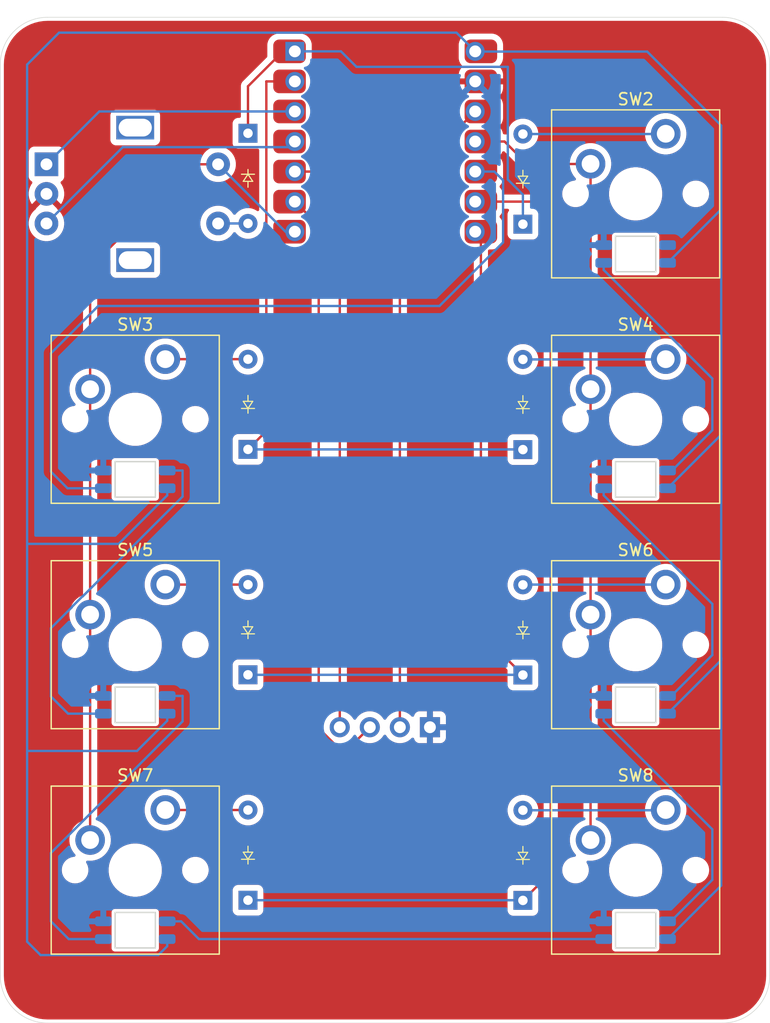
<source format=kicad_pcb>
(kicad_pcb (version 20241229) (generator "pcbnew") (generator_version "9.0")
  (layers (0 "F.Cu" signal) (2 "B.Cu" signal) (13 "F.Paste" user) (15 "B.Paste" user) (5 "F.SilkS" user "F.Silkscreen") (7 "B.SilkS" user "B.Silkscreen") (1 "F.Mask" user) (3 "B.Mask" user) (25 "Edge.Cuts" user))
  (net 0 "")
  (net 1 "R0")
  (net 2 "R1")
  (net 3 "R2")
  (net 4 "+5V")
  (net 5 "LED")
  (net 6 "C0")
  (net 7 "C1")
  (net 8 "R3")
  (net 9 "GND")
  (net 10 "SCL")
  (net 11 "+3.3V")
  (net 12 "SDA")
  (net 13 "B")
  (net 14 "A")
  (net 15 "Net-(D8-A)")
  (net 16 "Net-(D7-A)")
  (net 17 "Net-(D6-A)")
  (net 18 "Net-(D5-A)")
  (net 19 "Net-(D4-A)")
  (net 20 "Net-(D3-A)")
  (net 21 "Net-(D2-A)")
  (net 22 "Net-(D10-DIN)")
  (net 23 "Net-(D1-A)")
  (net 24 "Net-(D10-DOUT)")
  (net 25 "LED1")
  (net 26 "Net-(D13-DOUT)")
  (net 27 "Net-(D14-DOUT)")
  (net 29 "Net-(D12-DOUT)")
  (footprint "ScottoKeebs_Components:Diode_DO-35" (layer "F.Cu") (at 97.35 45.087218 90)
    (property "Reference" "D2" (hide yes))
    (property "Value" "D" (hide yes))
    (fp_line (start 3.46 -0.55) (end 3.46 0.55) (stroke (width 0.1)) (layer "F.SilkS"))
    (fp_line (start 4.06 -0.4) (end 4.06 0.4) (stroke (width 0.1)) (layer "F.SilkS"))
    (fp_line (start 4.06 0) (end 4.56 0) (stroke (width 0.1)) (layer "F.SilkS"))
    (fp_line (start 3.46 0) (end 4.06 -0.4) (stroke (width 0.1)) (layer "F.SilkS"))
    (fp_line (start 3.06 0) (end 3.46 0) (stroke (width 0.1)) (layer "F.SilkS"))
    (fp_line (start 4.06 0.4) (end 3.46 0) (stroke (width 0.1)) (layer "F.SilkS"))
    (pad "1" thru_hole rect (at 0 0 90) (size 1.6 1.6) (drill 0.8) (layers "*.Cu" "*.Mask") (net 1 "R0"))
    (pad "2" thru_hole oval (at 7.62 0 90) (size 1.6 1.6) (drill 0.8) (layers "*.Cu" "*.Mask") (net 21 "Net-(D2-A)"))
  )
  (footprint "ScottoKeebs_Components:OLED_128x32" (layer "F.Cu") (at 79.695 89.2 90)
    (property "Reference" "J1" (hide yes))
    (property "Value" "OLED_128x32")
    (pad "1" thru_hole rect (at 1.6 9.8 270) (size 1.7 1.7) (drill 1) (layers "*.Cu" "*.Mask") (net 9 "GND"))
    (pad "2" thru_hole oval (at 1.6 7.26 270) (size 1.7 1.7) (drill 1) (layers "*.Cu" "*.Mask") (net 11 "+3.3V"))
    (pad "3" thru_hole oval (at 1.6 4.72 270) (size 1.7 1.7) (drill 1) (layers "*.Cu" "*.Mask") (net 10 "SCL"))
    (pad "4" thru_hole oval (at 1.6 2.18 270) (size 1.7 1.7) (drill 1) (layers "*.Cu" "*.Mask") (net 12 "SDA"))
  )
  (footprint "ScottoKeebs_MX:MX_PCB_1.00u" (layer "F.Cu") (at 64.6 99.675)
    (property "Reference" "SW7" (at 0 -8 0) (layer "F.SilkS"))
    (property "Value" "SW_Push_45deg")
    (fp_line (start -7.1 -7.1) (end -7.1 7.1) (stroke (width 0.12)) (layer "F.SilkS"))
    (fp_line (start -7.1 7.1) (end 7.1 7.1) (stroke (width 0.12)) (layer "F.SilkS"))
    (fp_line (start 7.1 -7.1) (end -7.1 -7.1) (stroke (width 0.12)) (layer "F.SilkS"))
    (fp_line (start 7.1 7.1) (end 7.1 -7.1) (stroke (width 0.12)) (layer "F.SilkS"))
    (pad "" np_thru_hole circle (at -5.08 0) (size 1.75 1.75) (drill 1.75) (layers "*.Cu" "*.Mask"))
    (pad "" np_thru_hole circle (at 0 0) (size 4 4) (drill 4) (layers "*.Cu" "*.Mask"))
    (pad "" np_thru_hole circle (at 5.08 0) (size 1.75 1.75) (drill 1.75) (layers "*.Cu" "*.Mask"))
    (pad "1" thru_hole circle (at -3.81 -2.54) (size 2.5 2.5) (drill 1.5) (layers "*.Cu" "*.Mask") (net 6 "C0"))
    (pad "2" thru_hole circle (at 2.54 -5.08) (size 2.5 2.5) (drill 1.5) (layers "*.Cu" "*.Mask") (net 16 "Net-(D7-A)"))
  )
  (footprint "ScottoKeebs_Scotto:Encoder_EC11_MX" (layer "F.Cu") (at 64.6 42.525)
    (property "Reference" "SW1" (hide yes))
    (property "Value" "RotaryEncoder_Switch" (hide yes))
    (pad "A" thru_hole rect (at -7.5 -2.5) (size 2 2) (drill 1) (layers "*.Cu" "*.Mask") (net 14 "A"))
    (pad "B" thru_hole circle (at -7.5 2.5) (size 2 2) (drill 1) (layers "*.Cu" "*.Mask") (net 13 "B"))
    (pad "C" thru_hole circle (at -7.5 0) (size 2 2) (drill 1) (layers "*.Cu" "*.Mask") (net 9 "GND"))
    (pad "MP" thru_hole rect (at 0 -5.6) (size 3.2 2) (drill oval 2.8 1.5) (layers "*.Cu" "*.Mask"))
    (pad "MP" thru_hole rect (at 0 5.6) (size 3.2 2) (drill oval 2.8 1.5) (layers "*.Cu" "*.Mask"))
    (pad "S1" thru_hole circle (at 7 2.5) (size 2 2) (drill 1) (layers "*.Cu" "*.Mask") (net 23 "Net-(D1-A)"))
    (pad "S2" thru_hole circle (at 7 -2.5) (size 2 2) (drill 1) (layers "*.Cu" "*.Mask") (net 6 "C0"))
  )
  (footprint "ScottoKeebs_MX:MX_PCB_1.00u" (layer "F.Cu") (at 64.6 61.575)
    (property "Reference" "SW3" (at 0 -8 0) (layer "F.SilkS"))
    (property "Value" "SW_Push_45deg")
    (fp_line (start -7.1 -7.1) (end -7.1 7.1) (stroke (width 0.12)) (layer "F.SilkS"))
    (fp_line (start -7.1 7.1) (end 7.1 7.1) (stroke (width 0.12)) (layer "F.SilkS"))
    (fp_line (start 7.1 -7.1) (end -7.1 -7.1) (stroke (width 0.12)) (layer "F.SilkS"))
    (fp_line (start 7.1 7.1) (end 7.1 -7.1) (stroke (width 0.12)) (layer "F.SilkS"))
    (pad "" np_thru_hole circle (at -5.08 0) (size 1.75 1.75) (drill 1.75) (layers "*.Cu" "*.Mask"))
    (pad "" np_thru_hole circle (at 0 0) (size 4 4) (drill 4) (layers "*.Cu" "*.Mask"))
    (pad "" np_thru_hole circle (at 5.08 0) (size 1.75 1.75) (drill 1.75) (layers "*.Cu" "*.Mask"))
    (pad "1" thru_hole circle (at -3.81 -2.54) (size 2.5 2.5) (drill 1.5) (layers "*.Cu" "*.Mask") (net 6 "C0"))
    (pad "2" thru_hole circle (at 2.54 -5.08) (size 2.5 2.5) (drill 1.5) (layers "*.Cu" "*.Mask") (net 20 "Net-(D3-A)"))
  )
  (footprint "ScottoKeebs_MCU:Seeed_XIAO_RP2040" (layer "F.Cu") (at 85.7 38.1)
    (property "Reference" "U1" (hide yes))
    (property "Value" "MCU_Seeed_XIAO_RP2040")
    (pad "1" smd roundrect (at -8.065 -7.62) (size 2.75 2) (layers "F.Cu" "F.Mask" "F.Paste") (net 1 "R0"))
    (pad "1" thru_hole rect (at -7.62 -7.62 90) (size 1.6 1.6) (drill 1) (layers "*.Cu" "*.Mask") (net 1 "R0"))
    (pad "2" smd roundrect (at -8.065 -5.08) (size 2.75 2) (layers "F.Cu" "F.Mask" "F.Paste") (net 2 "R1"))
    (pad "2" thru_hole circle (at -7.62 -5.08 90) (size 1.6 1.6) (drill 1) (layers "*.Cu" "*.Mask") (net 2 "R1"))
    (pad "3" smd roundrect (at -8.065 -2.54) (size 2.75 2) (layers "F.Cu" "F.Mask" "F.Paste") (net 14 "A"))
    (pad "3" thru_hole circle (at -7.62 -2.54 90) (size 1.6 1.6) (drill 1) (layers "*.Cu" "*.Mask") (net 14 "A"))
    (pad "4" smd roundrect (at -8.065 0) (size 2.75 2) (layers "F.Cu" "F.Mask" "F.Paste") (net 13 "B"))
    (pad "4" thru_hole circle (at -7.62 0 90) (size 1.6 1.6) (drill 1) (layers "*.Cu" "*.Mask") (net 13 "B"))
    (pad "5" smd roundrect (at -8.065 2.54) (size 2.75 2) (layers "F.Cu" "F.Mask" "F.Paste") (net 12 "SDA"))
    (pad "5" thru_hole circle (at -7.62 2.54 90) (size 1.6 1.6) (drill 1) (layers "*.Cu" "*.Mask") (net 12 "SDA"))
    (pad "6" smd roundrect (at -8.065 5.08) (size 2.75 2) (layers "F.Cu" "F.Mask" "F.Paste") (net 10 "SCL"))
    (pad "6" thru_hole circle (at -7.62 5.08 90) (size 1.6 1.6) (drill 1) (layers "*.Cu" "*.Mask") (net 10 "SCL"))
    (pad "7" smd roundrect (at -8.065 7.62) (size 2.75 2) (layers "F.Cu" "F.Mask" "F.Paste") (net 6 "C0"))
    (pad "7" thru_hole circle (at -7.62 7.62 90) (size 1.6 1.6) (drill 1) (layers "*.Cu" "*.Mask") (net 6 "C0"))
    (pad "8" thru_hole circle (at 7.62 7.62 90) (size 1.6 1.6) (drill 1) (layers "*.Cu" "*.Mask") (net 3 "R2"))
    (pad "8" smd roundrect (at 8.1 7.62) (size 2.75 2) (layers "F.Cu" "F.Mask" "F.Paste") (net 3 "R2"))
    (pad "9" thru_hole circle (at 7.62 5.08 90) (size 1.6 1.6) (drill 1) (layers "*.Cu" "*.Mask") (net 8 "R3"))
    (pad "9" smd roundrect (at 8.1 5.08) (size 2.75 2) (layers "F.Cu" "F.Mask" "F.Paste") (net 8 "R3"))
    (pad "10" thru_hole circle (at 7.62 2.54 90) (size 1.6 1.6) (drill 1) (layers "*.Cu" "*.Mask") (net 5 "LED"))
    (pad "10" smd roundrect (at 8.1 2.54) (size 2.75 2) (layers "F.Cu" "F.Mask" "F.Paste") (net 5 "LED"))
    (pad "11" thru_hole circle (at 7.62 0 90) (size 1.6 1.6) (drill 1) (layers "*.Cu" "*.Mask") (net 7 "C1"))
    (pad "11" smd roundrect (at 8.1 0) (size 2.75 2) (layers "F.Cu" "F.Mask" "F.Paste") (net 7 "C1"))
    (pad "12" thru_hole circle (at 7.62 -2.54 90) (size 1.6 1.6) (drill 1) (layers "*.Cu" "*.Mask") (net 11 "+3.3V"))
    (pad "12" smd roundrect (at 8.1 -2.54) (size 2.75 2) (layers "F.Cu" "F.Mask" "F.Paste") (net 11 "+3.3V"))
    (pad "13" thru_hole circle (at 7.62 -5.08 90) (size 1.6 1.6) (drill 1) (layers "*.Cu" "*.Mask") (net 9 "GND"))
    (pad "13" smd roundrect (at 8.1 -5.08) (size 2.75 2) (layers "F.Cu" "F.Mask" "F.Paste") (net 9 "GND"))
    (pad "14" thru_hole circle (at 7.62 -7.62 90) (size 1.6 1.6) (drill 1) (layers "*.Cu" "*.Mask") (net 4 "+5V"))
    (pad "14" smd roundrect (at 8.1 -7.62) (size 2.75 2) (layers "F.Cu" "F.Mask" "F.Paste") (net 4 "+5V"))
  )
  (footprint "ScottoKeebs_Components:Diode_DO-35" (layer "F.Cu") (at 97.35 64.137218 90)
    (property "Reference" "D4" (hide yes))
    (property "Value" "D" (hide yes))
    (fp_line (start 3.46 -0.55) (end 3.46 0.55) (stroke (width 0.1)) (layer "F.SilkS"))
    (fp_line (start 4.06 -0.4) (end 4.06 0.4) (stroke (width 0.1)) (layer "F.SilkS"))
    (fp_line (start 4.06 0) (end 4.56 0) (stroke (width 0.1)) (layer "F.SilkS"))
    (fp_line (start 3.46 0) (end 4.06 -0.4) (stroke (width 0.1)) (layer "F.SilkS"))
    (fp_line (start 3.06 0) (end 3.46 0) (stroke (width 0.1)) (layer "F.SilkS"))
    (fp_line (start 4.06 0.4) (end 3.46 0) (stroke (width 0.1)) (layer "F.SilkS"))
    (pad "1" thru_hole rect (at 0 0 90) (size 1.6 1.6) (drill 0.8) (layers "*.Cu" "*.Mask") (net 2 "R1"))
    (pad "2" thru_hole oval (at 7.62 0 90) (size 1.6 1.6) (drill 0.8) (layers "*.Cu" "*.Mask") (net 19 "Net-(D4-A)"))
  )
  (footprint "ScottoKeebs_MX:MX_PCB_1.00u" (layer "F.Cu") (at 106.875 99.675)
    (property "Reference" "SW8" (at 0 -8 0) (layer "F.SilkS"))
    (property "Value" "SW_Push_45deg")
    (fp_line (start -7.1 -7.1) (end -7.1 7.1) (stroke (width 0.12)) (layer "F.SilkS"))
    (fp_line (start -7.1 7.1) (end 7.1 7.1) (stroke (width 0.12)) (layer "F.SilkS"))
    (fp_line (start 7.1 -7.1) (end -7.1 -7.1) (stroke (width 0.12)) (layer "F.SilkS"))
    (fp_line (start 7.1 7.1) (end 7.1 -7.1) (stroke (width 0.12)) (layer "F.SilkS"))
    (pad "" np_thru_hole circle (at -5.08 0) (size 1.75 1.75) (drill 1.75) (layers "*.Cu" "*.Mask"))
    (pad "" np_thru_hole circle (at 0 0) (size 4 4) (drill 4) (layers "*.Cu" "*.Mask"))
    (pad "" np_thru_hole circle (at 5.08 0) (size 1.75 1.75) (drill 1.75) (layers "*.Cu" "*.Mask"))
    (pad "1" thru_hole circle (at -3.81 -2.54) (size 2.5 2.5) (drill 1.5) (layers "*.Cu" "*.Mask") (net 7 "C1"))
    (pad "2" thru_hole circle (at 2.54 -5.08) (size 2.5 2.5) (drill 1.5) (layers "*.Cu" "*.Mask") (net 15 "Net-(D8-A)"))
  )
  (footprint "ScottoKeebs_Components:Diode_DO-35" (layer "F.Cu") (at 74.125 102.22 90)
    (property "Reference" "D7" (hide yes))
    (property "Value" "D" (hide yes))
    (fp_line (start 3.46 -0.55) (end 3.46 0.55) (stroke (width 0.1)) (layer "F.SilkS"))
    (fp_line (start 4.06 -0.4) (end 4.06 0.4) (stroke (width 0.1)) (layer "F.SilkS"))
    (fp_line (start 4.06 0) (end 4.56 0) (stroke (width 0.1)) (layer "F.SilkS"))
    (fp_line (start 3.46 0) (end 4.06 -0.4) (stroke (width 0.1)) (layer "F.SilkS"))
    (fp_line (start 3.06 0) (end 3.46 0) (stroke (width 0.1)) (layer "F.SilkS"))
    (fp_line (start 4.06 0.4) (end 3.46 0) (stroke (width 0.1)) (layer "F.SilkS"))
    (pad "1" thru_hole rect (at 0 0 90) (size 1.6 1.6) (drill 0.8) (layers "*.Cu" "*.Mask") (net 8 "R3"))
    (pad "2" thru_hole oval (at 7.62 0 90) (size 1.6 1.6) (drill 0.8) (layers "*.Cu" "*.Mask") (net 16 "Net-(D7-A)"))
  )
  (footprint "ScottoKeebs_Components:Diode_DO-35" (layer "F.Cu") (at 74.125 83.17 90)
    (property "Reference" "D5" (hide yes))
    (property "Value" "D" (hide yes))
    (fp_line (start 3.46 -0.55) (end 3.46 0.55) (stroke (width 0.1)) (layer "F.SilkS"))
    (fp_line (start 4.06 -0.4) (end 4.06 0.4) (stroke (width 0.1)) (layer "F.SilkS"))
    (fp_line (start 4.06 0) (end 4.56 0) (stroke (width 0.1)) (layer "F.SilkS"))
    (fp_line (start 3.46 0) (end 4.06 -0.4) (stroke (width 0.1)) (layer "F.SilkS"))
    (fp_line (start 3.06 0) (end 3.46 0) (stroke (width 0.1)) (layer "F.SilkS"))
    (fp_line (start 4.06 0.4) (end 3.46 0) (stroke (width 0.1)) (layer "F.SilkS"))
    (pad "1" thru_hole rect (at 0 0 90) (size 1.6 1.6) (drill 0.8) (layers "*.Cu" "*.Mask") (net 3 "R2"))
    (pad "2" thru_hole oval (at 7.62 0 90) (size 1.6 1.6) (drill 0.8) (layers "*.Cu" "*.Mask") (net 18 "Net-(D5-A)"))
  )
  (footprint "ScottoKeebs_Components:Diode_DO-35" (layer "F.Cu") (at 97.35 83.187218 90)
    (property "Reference" "D6" (hide yes))
    (property "Value" "D" (hide yes))
    (fp_line (start 3.46 -0.55) (end 3.46 0.55) (stroke (width 0.1)) (layer "F.SilkS"))
    (fp_line (start 4.06 -0.4) (end 4.06 0.4) (stroke (width 0.1)) (layer "F.SilkS"))
    (fp_line (start 4.06 0) (end 4.56 0) (stroke (width 0.1)) (layer "F.SilkS"))
    (fp_line (start 3.46 0) (end 4.06 -0.4) (stroke (width 0.1)) (layer "F.SilkS"))
    (fp_line (start 3.06 0) (end 3.46 0) (stroke (width 0.1)) (layer "F.SilkS"))
    (fp_line (start 4.06 0.4) (end 3.46 0) (stroke (width 0.1)) (layer "F.SilkS"))
    (pad "1" thru_hole rect (at 0 0 90) (size 1.6 1.6) (drill 0.8) (layers "*.Cu" "*.Mask") (net 3 "R2"))
    (pad "2" thru_hole oval (at 7.62 0 90) (size 1.6 1.6) (drill 0.8) (layers "*.Cu" "*.Mask") (net 17 "Net-(D6-A)"))
  )
  (footprint "ScottoKeebs_MX:MX_PCB_1.00u" (layer "F.Cu") (at 106.875 42.525)
    (property "Reference" "SW2" (at 0 -8 0) (layer "F.SilkS"))
    (property "Value" "SW_Push_45deg")
    (fp_line (start -7.1 -7.1) (end -7.1 7.1) (stroke (width 0.12)) (layer "F.SilkS"))
    (fp_line (start -7.1 7.1) (end 7.1 7.1) (stroke (width 0.12)) (layer "F.SilkS"))
    (fp_line (start 7.1 -7.1) (end -7.1 -7.1) (stroke (width 0.12)) (layer "F.SilkS"))
    (fp_line (start 7.1 7.1) (end 7.1 -7.1) (stroke (width 0.12)) (layer "F.SilkS"))
    (pad "" np_thru_hole circle (at -5.08 0) (size 1.75 1.75) (drill 1.75) (layers "*.Cu" "*.Mask"))
    (pad "" np_thru_hole circle (at 0 0) (size 4 4) (drill 4) (layers "*.Cu" "*.Mask"))
    (pad "" np_thru_hole circle (at 5.08 0) (size 1.75 1.75) (drill 1.75) (layers "*.Cu" "*.Mask"))
    (pad "1" thru_hole circle (at -3.81 -2.54) (size 2.5 2.5) (drill 1.5) (layers "*.Cu" "*.Mask") (net 7 "C1"))
    (pad "2" thru_hole circle (at 2.54 -5.08) (size 2.5 2.5) (drill 1.5) (layers "*.Cu" "*.Mask") (net 21 "Net-(D2-A)"))
  )
  (footprint "ScottoKeebs_MX:MX_PCB_1.00u" (layer "F.Cu") (at 64.6 80.625)
    (property "Reference" "SW5" (at 0 -8 0) (layer "F.SilkS"))
    (property "Value" "SW_Push_45deg")
    (fp_line (start -7.1 -7.1) (end -7.1 7.1) (stroke (width 0.12)) (layer "F.SilkS"))
    (fp_line (start -7.1 7.1) (end 7.1 7.1) (stroke (width 0.12)) (layer "F.SilkS"))
    (fp_line (start 7.1 -7.1) (end -7.1 -7.1) (stroke (width 0.12)) (layer "F.SilkS"))
    (fp_line (start 7.1 7.1) (end 7.1 -7.1) (stroke (width 0.12)) (layer "F.SilkS"))
    (pad "" np_thru_hole circle (at -5.08 0) (size 1.75 1.75) (drill 1.75) (layers "*.Cu" "*.Mask"))
    (pad "" np_thru_hole circle (at 0 0) (size 4 4) (drill 4) (layers "*.Cu" "*.Mask"))
    (pad "" np_thru_hole circle (at 5.08 0) (size 1.75 1.75) (drill 1.75) (layers "*.Cu" "*.Mask"))
    (pad "1" thru_hole circle (at -3.81 -2.54) (size 2.5 2.5) (drill 1.5) (layers "*.Cu" "*.Mask") (net 6 "C0"))
    (pad "2" thru_hole circle (at 2.54 -5.08) (size 2.5 2.5) (drill 1.5) (layers "*.Cu" "*.Mask") (net 18 "Net-(D5-A)"))
  )
  (footprint "ScottoKeebs_MX:MX_PCB_1.00u" (layer "F.Cu") (at 106.875 61.575)
    (property "Reference" "SW4" (at 0 -8 0) (layer "F.SilkS"))
    (property "Value" "SW_Push_45deg")
    (fp_line (start -7.1 -7.1) (end -7.1 7.1) (stroke (width 0.12)) (layer "F.SilkS"))
    (fp_line (start -7.1 7.1) (end 7.1 7.1) (stroke (width 0.12)) (layer "F.SilkS"))
    (fp_line (start 7.1 -7.1) (end -7.1 -7.1) (stroke (width 0.12)) (layer "F.SilkS"))
    (fp_line (start 7.1 7.1) (end 7.1 -7.1) (stroke (width 0.12)) (layer "F.SilkS"))
    (pad "" np_thru_hole circle (at -5.08 0) (size 1.75 1.75) (drill 1.75) (layers "*.Cu" "*.Mask"))
    (pad "" np_thru_hole circle (at 0 0) (size 4 4) (drill 4) (layers "*.Cu" "*.Mask"))
    (pad "" np_thru_hole circle (at 5.08 0) (size 1.75 1.75) (drill 1.75) (layers "*.Cu" "*.Mask"))
    (pad "1" thru_hole circle (at -3.81 -2.54) (size 2.5 2.5) (drill 1.5) (layers "*.Cu" "*.Mask") (net 7 "C1"))
    (pad "2" thru_hole circle (at 2.54 -5.08) (size 2.5 2.5) (drill 1.5) (layers "*.Cu" "*.Mask") (net 19 "Net-(D4-A)"))
  )
  (footprint "ScottoKeebs_MX:MX_PCB_1.00u" (layer "F.Cu") (at 106.875 80.625)
    (property "Reference" "SW6" (at 0 -8 0) (layer "F.SilkS"))
    (property "Value" "SW_Push_45deg")
    (fp_line (start -7.1 -7.1) (end -7.1 7.1) (stroke (width 0.12)) (layer "F.SilkS"))
    (fp_line (start -7.1 7.1) (end 7.1 7.1) (stroke (width 0.12)) (layer "F.SilkS"))
    (fp_line (start 7.1 -7.1) (end -7.1 -7.1) (stroke (width 0.12)) (layer "F.SilkS"))
    (fp_line (start 7.1 7.1) (end 7.1 -7.1) (stroke (width 0.12)) (layer "F.SilkS"))
    (pad "" np_thru_hole circle (at -5.08 0) (size 1.75 1.75) (drill 1.75) (layers "*.Cu" "*.Mask"))
    (pad "" np_thru_hole circle (at 0 0) (size 4 4) (drill 4) (layers "*.Cu" "*.Mask"))
    (pad "" np_thru_hole circle (at 5.08 0) (size 1.75 1.75) (drill 1.75) (layers "*.Cu" "*.Mask"))
    (pad "1" thru_hole circle (at -3.81 -2.54) (size 2.5 2.5) (drill 1.5) (layers "*.Cu" "*.Mask") (net 7 "C1"))
    (pad "2" thru_hole circle (at 2.54 -5.08) (size 2.5 2.5) (drill 1.5) (layers "*.Cu" "*.Mask") (net 17 "Net-(D6-A)"))
  )
  (footprint "ScottoKeebs_Components:Diode_DO-35" (layer "F.Cu") (at 97.35 102.237218 90)
    (property "Reference" "D8" (hide yes))
    (property "Value" "D" (hide yes))
    (fp_line (start 3.46 -0.55) (end 3.46 0.55) (stroke (width 0.1)) (layer "F.SilkS"))
    (fp_line (start 4.06 -0.4) (end 4.06 0.4) (stroke (width 0.1)) (layer "F.SilkS"))
    (fp_line (start 4.06 0) (end 4.56 0) (stroke (width 0.1)) (layer "F.SilkS"))
    (fp_line (start 3.46 0) (end 4.06 -0.4) (stroke (width 0.1)) (layer "F.SilkS"))
    (fp_line (start 3.06 0) (end 3.46 0) (stroke (width 0.1)) (layer "F.SilkS"))
    (fp_line (start 4.06 0.4) (end 3.46 0) (stroke (width 0.1)) (layer "F.SilkS"))
    (pad "1" thru_hole rect (at 0 0 90) (size 1.6 1.6) (drill 0.8) (layers "*.Cu" "*.Mask") (net 8 "R3"))
    (pad "2" thru_hole oval (at 7.62 0 90) (size 1.6 1.6) (drill 0.8) (layers "*.Cu" "*.Mask") (net 15 "Net-(D8-A)"))
  )
  (footprint "ScottoKeebs_Components:Diode_DO-35" (layer "F.Cu") (at 74.125 37.405 -90)
    (property "Reference" "D1" (hide yes))
    (property "Value" "D" (hide yes))
    (fp_line (start 4.06 0.4) (end 3.46 0) (stroke (width 0.1)) (layer "F.SilkS"))
    (fp_line (start 3.06 0) (end 3.46 0) (stroke (width 0.1)) (layer "F.SilkS"))
    (fp_line (start 3.46 0) (end 4.06 -0.4) (stroke (width 0.1)) (layer "F.SilkS"))
    (fp_line (start 4.06 0) (end 4.56 0) (stroke (width 0.1)) (layer "F.SilkS"))
    (fp_line (start 4.06 -0.4) (end 4.06 0.4) (stroke (width 0.1)) (layer "F.SilkS"))
    (fp_line (start 3.46 -0.55) (end 3.46 0.55) (stroke (width 0.1)) (layer "F.SilkS"))
    (pad "1" thru_hole rect (at 0 0 270) (size 1.6 1.6) (drill 0.8) (layers "*.Cu" "*.Mask") (net 1 "R0"))
    (pad "2" thru_hole oval (at 7.62 0 270) (size 1.6 1.6) (drill 0.8) (layers "*.Cu" "*.Mask") (net 23 "Net-(D1-A)"))
  )
  (footprint "ScottoKeebs_Components:Diode_DO-35" (layer "F.Cu") (at 74.125 64.12 90)
    (property "Reference" "D3" (hide yes))
    (property "Value" "D" (hide yes))
    (fp_line (start 3.46 -0.55) (end 3.46 0.55) (stroke (width 0.1)) (layer "F.SilkS"))
    (fp_line (start 4.06 -0.4) (end 4.06 0.4) (stroke (width 0.1)) (layer "F.SilkS"))
    (fp_line (start 4.06 0) (end 4.56 0) (stroke (width 0.1)) (layer "F.SilkS"))
    (fp_line (start 3.46 0) (end 4.06 -0.4) (stroke (width 0.1)) (layer "F.SilkS"))
    (fp_line (start 3.06 0) (end 3.46 0) (stroke (width 0.1)) (layer "F.SilkS"))
    (fp_line (start 4.06 0.4) (end 3.46 0) (stroke (width 0.1)) (layer "F.SilkS"))
    (pad "1" thru_hole rect (at 0 0 90) (size 1.6 1.6) (drill 0.8) (layers "*.Cu" "*.Mask") (net 2 "R1"))
    (pad "2" thru_hole oval (at 7.62 0 90) (size 1.6 1.6) (drill 0.8) (layers "*.Cu" "*.Mask") (net 20 "Net-(D3-A)"))
  )
  (footprint "ScottoKeebs_Components:LED_SK6812MINI" (layer "B.Cu") (at 106.875 85.705)
    (property "Reference" "D13" (hide yes))
    (property "Value" "LED_SK6812MINI" (hide yes))
    (fp_line (start -1.7 -1.5) (end 1.7 -1.5) (stroke (width 0.12)) (layer "Edge.Cuts"))
    (fp_line (start -1.7 1.5) (end -1.7 -1.5) (stroke (width 0.12)) (layer "Edge.Cuts"))
    (fp_line (start 1.7 -1.5) (end 1.7 1.5) (stroke (width 0.12)) (layer "Edge.Cuts"))
    (fp_line (start 1.7 1.5) (end -1.7 1.5) (stroke (width 0.12)) (layer "Edge.Cuts"))
    (pad "1" smd roundrect (at 2.7 0.75) (size 1.4 0.82) (layers "B.Cu" "B.Mask" "B.Paste") (net 4 "+5V"))
    (pad "2" smd roundrect (at 2.7 -0.75) (size 1.4 0.82) (layers "B.Cu" "B.Mask" "B.Paste") (net 26 "Net-(D13-DOUT)"))
    (pad "3" smd roundrect (at -2.7 -0.75) (size 1.4 0.82) (layers "B.Cu" "B.Mask" "B.Paste") (net 9 "GND"))
    (pad "4" smd roundrect (at -2.7 0.75) (size 1.4 0.82) (layers "B.Cu" "B.Mask" "B.Paste") (net 29 "Net-(D12-DOUT)"))
  )
  (footprint "ScottoKeebs_Components:LED_SK6812MINI" (layer "B.Cu") (at 106.875 104.755)
    (property "Reference" "D12" (hide yes))
    (property "Value" "LED_SK6812MINI" (hide yes))
    (fp_line (start -1.7 -1.5) (end 1.7 -1.5) (stroke (width 0.12)) (layer "Edge.Cuts"))
    (fp_line (start -1.7 1.5) (end -1.7 -1.5) (stroke (width 0.12)) (layer "Edge.Cuts"))
    (fp_line (start 1.7 -1.5) (end 1.7 1.5) (stroke (width 0.12)) (layer "Edge.Cuts"))
    (fp_line (start 1.7 1.5) (end -1.7 1.5) (stroke (width 0.12)) (layer "Edge.Cuts"))
    (pad "1" smd roundrect (at 2.7 0.75) (size 1.4 0.82) (layers "B.Cu" "B.Mask" "B.Paste") (net 4 "+5V"))
    (pad "2" smd roundrect (at 2.7 -0.75) (size 1.4 0.82) (layers "B.Cu" "B.Mask" "B.Paste") (net 29 "Net-(D12-DOUT)"))
    (pad "3" smd roundrect (at -2.7 -0.75) (size 1.4 0.82) (layers "B.Cu" "B.Mask" "B.Paste") (net 9 "GND"))
    (pad "4" smd roundrect (at -2.7 0.75) (size 1.4 0.82) (layers "B.Cu" "B.Mask" "B.Paste") (net 25 "LED1"))
  )
  (footprint "ScottoKeebs_Components:LED_SK6812MINI" (layer "B.Cu") (at 106.875 66.655)
    (property "Reference" "D14" (hide yes))
    (property "Value" "LED_SK6812MINI" (hide yes))
    (fp_line (start -1.7 -1.5) (end 1.7 -1.5) (stroke (width 0.12)) (layer "Edge.Cuts"))
    (fp_line (start -1.7 1.5) (end -1.7 -1.5) (stroke (width 0.12)) (layer "Edge.Cuts"))
    (fp_line (start 1.7 -1.5) (end 1.7 1.5) (stroke (width 0.12)) (layer "Edge.Cuts"))
    (fp_line (start 1.7 1.5) (end -1.7 1.5) (stroke (width 0.12)) (layer "Edge.Cuts"))
    (pad "1" smd roundrect (at 2.7 0.75) (size 1.4 0.82) (layers "B.Cu" "B.Mask" "B.Paste") (net 4 "+5V"))
    (pad "2" smd roundrect (at 2.7 -0.75) (size 1.4 0.82) (layers "B.Cu" "B.Mask" "B.Paste") (net 27 "Net-(D14-DOUT)"))
    (pad "3" smd roundrect (at -2.7 -0.75) (size 1.4 0.82) (layers "B.Cu" "B.Mask" "B.Paste") (net 9 "GND"))
    (pad "4" smd roundrect (at -2.7 0.75) (size 1.4 0.82) (layers "B.Cu" "B.Mask" "B.Paste") (net 26 "Net-(D13-DOUT)"))
  )
  (footprint "ScottoKeebs_Components:LED_SK6812MINI" (layer "B.Cu") (at 106.875 47.605)
    (property "Reference" "D15" (hide yes))
    (property "Value" "LED_SK6812MINI" (hide yes))
    (fp_line (start -1.7 -1.5) (end 1.7 -1.5) (stroke (width 0.12)) (layer "Edge.Cuts"))
    (fp_line (start -1.7 1.5) (end -1.7 -1.5) (stroke (width 0.12)) (layer "Edge.Cuts"))
    (fp_line (start 1.7 -1.5) (end 1.7 1.5) (stroke (width 0.12)) (layer "Edge.Cuts"))
    (fp_line (start 1.7 1.5) (end -1.7 1.5) (stroke (width 0.12)) (layer "Edge.Cuts"))
    (pad "1" smd roundrect (at 2.7 0.75) (size 1.4 0.82) (layers "B.Cu" "B.Mask" "B.Paste") (net 4 "+5V"))
    (pad "2" smd roundrect (at 2.7 -0.75) (size 1.4 0.82) (layers "B.Cu" "B.Mask" "B.Paste"))
    (pad "3" smd roundrect (at -2.7 -0.75) (size 1.4 0.82) (layers "B.Cu" "B.Mask" "B.Paste") (net 9 "GND"))
    (pad "4" smd roundrect (at -2.7 0.75) (size 1.4 0.82) (layers "B.Cu" "B.Mask" "B.Paste") (net 27 "Net-(D14-DOUT)"))
  )
  (footprint "ScottoKeebs_Components:LED_SK6812MINI" (layer "B.Cu") (at 64.6 66.655)
    (property "Reference" "D9" (hide yes))
    (property "Value" "LED_SK6812MINI" (hide yes))
    (fp_line (start -1.7 -1.5) (end 1.7 -1.5) (stroke (width 0.12)) (layer "Edge.Cuts"))
    (fp_line (start -1.7 1.5) (end -1.7 -1.5) (stroke (width 0.12)) (layer "Edge.Cuts"))
    (fp_line (start 1.7 -1.5) (end 1.7 1.5) (stroke (width 0.12)) (layer "Edge.Cuts"))
    (fp_line (start 1.7 1.5) (end -1.7 1.5) (stroke (width 0.12)) (layer "Edge.Cuts"))
    (pad "1" smd roundrect (at 2.7 0.75) (size 1.4 0.82) (layers "B.Cu" "B.Mask" "B.Paste") (net 4 "+5V"))
    (pad "2" smd roundrect (at 2.7 -0.75) (size 1.4 0.82) (layers "B.Cu" "B.Mask" "B.Paste") (net 22 "Net-(D10-DIN)"))
    (pad "3" smd roundrect (at -2.7 -0.75) (size 1.4 0.82) (layers "B.Cu" "B.Mask" "B.Paste") (net 9 "GND"))
    (pad "4" smd roundrect (at -2.7 0.75) (size 1.4 0.82) (layers "B.Cu" "B.Mask" "B.Paste") (net 5 "LED"))
  )
  (footprint "ScottoKeebs_Components:LED_SK6812MINI" (layer "B.Cu") (at 64.6 85.705)
    (property "Reference" "D10" (hide yes))
    (property "Value" "LED_SK6812MINI" (hide yes))
    (fp_line (start -1.7 -1.5) (end 1.7 -1.5) (stroke (width 0.12)) (layer "Edge.Cuts"))
    (fp_line (start -1.7 1.5) (end -1.7 -1.5) (stroke (width 0.12)) (layer "Edge.Cuts"))
    (fp_line (start 1.7 -1.5) (end 1.7 1.5) (stroke (width 0.12)) (layer "Edge.Cuts"))
    (fp_line (start 1.7 1.5) (end -1.7 1.5) (stroke (width 0.12)) (layer "Edge.Cuts"))
    (pad "1" smd roundrect (at 2.7 0.75) (size 1.4 0.82) (layers "B.Cu" "B.Mask" "B.Paste") (net 4 "+5V"))
    (pad "2" smd roundrect (at 2.7 -0.75) (size 1.4 0.82) (layers "B.Cu" "B.Mask" "B.Paste") (net 24 "Net-(D10-DOUT)"))
    (pad "3" smd roundrect (at -2.7 -0.75) (size 1.4 0.82) (layers "B.Cu" "B.Mask" "B.Paste") (net 9 "GND"))
    (pad "4" smd roundrect (at -2.7 0.75) (size 1.4 0.82) (layers "B.Cu" "B.Mask" "B.Paste") (net 22 "Net-(D10-DIN)"))
  )
  (footprint "ScottoKeebs_Components:LED_SK6812MINI" (layer "B.Cu") (at 64.6 104.755)
    (property "Reference" "D11" (hide yes))
    (property "Value" "LED_SK6812MINI" (hide yes))
    (fp_line (start -1.7 -1.5) (end 1.7 -1.5) (stroke (width 0.12)) (layer "Edge.Cuts"))
    (fp_line (start -1.7 1.5) (end -1.7 -1.5) (stroke (width 0.12)) (layer "Edge.Cuts"))
    (fp_line (start 1.7 -1.5) (end 1.7 1.5) (stroke (width 0.12)) (layer "Edge.Cuts"))
    (fp_line (start 1.7 1.5) (end -1.7 1.5) (stroke (width 0.12)) (layer "Edge.Cuts"))
    (pad "1" smd roundrect (at 2.7 0.75) (size 1.4 0.82) (layers "B.Cu" "B.Mask" "B.Paste") (net 4 "+5V"))
    (pad "2" smd roundrect (at 2.7 -0.75) (size 1.4 0.82) (layers "B.Cu" "B.Mask" "B.Paste") (net 25 "LED1"))
    (pad "3" smd roundrect (at -2.7 -0.75) (size 1.4 0.82) (layers "B.Cu" "B.Mask" "B.Paste") (net 9 "GND"))
    (pad "4" smd roundrect (at -2.7 0.75) (size 1.4 0.82) (layers "B.Cu" "B.Mask" "B.Paste") (net 24 "Net-(D10-DOUT)"))
  )
  (gr_arc (start 57.2 112.6) (mid 54.371573 111.428427) (end 53.2 108.6) (stroke (width 0.05)) (layer "Edge.Cuts"))
  (gr_arc (start 114.2 27.6) (mid 117.028427 28.771573) (end 118.2 31.6) (stroke (width 0.05)) (layer "Edge.Cuts"))
  (gr_arc (start 118.2 108.6) (mid 117.028427 111.428427) (end 114.2 112.6) (stroke (width 0.05)) (layer "Edge.Cuts"))
  (gr_line (start 118.2 108.6) (end 118.2 31.6) (stroke (width 0.05)) (layer "Edge.Cuts"))
  (gr_line (start 57.2 112.6) (end 114.2 112.6) (stroke (width 0.05)) (layer "Edge.Cuts"))
  (gr_line (start 53.2 31.6) (end 53.2 108.6) (stroke (width 0.05)) (layer "Edge.Cuts"))
  (gr_arc (start 53.2 31.6) (mid 54.371573 28.771573) (end 57.2 27.6) (stroke (width 0.05)) (layer "Edge.Cuts"))
  (gr_line (start 114.2 27.6) (end 57.2 27.6) (stroke (width 0.05)) (layer "Edge.Cuts"))
  (segment (start 77.08 30.48) (end 74.125 33.435) (width 0.2) (layer "F.Cu") (net 1))
  (segment (start 78.08 30.48) (end 77.08 30.48) (width 0.2) (layer "F.Cu") (net 1))
  (segment (start 74.125 33.435) (end 74.125 37.405) (width 0.2) (layer "F.Cu") (net 1))
  (segment (start 96.075 41.312218) (end 96.075 31.79) (width 0.2) (layer "B.Cu") (net 1))
  (segment (start 96.075 31.79) (end 83.29 31.79) (width 0.2) (layer "B.Cu") (net 1))
  (segment (start 97.35 42.587218) (end 96.075 41.312218) (width 0.2) (layer "B.Cu") (net 1))
  (segment (start 97.35 45.087218) (end 97.35 42.587218) (width 0.2) (layer "B.Cu") (net 1))
  (segment (start 81.98 30.48) (end 78.08 30.48) (width 0.2) (layer "B.Cu") (net 1))
  (segment (start 83.29 31.79) (end 81.98 30.48) (width 0.2) (layer "B.Cu") (net 1))
  (segment (start 75.675 33.025) (end 75.675 62.57) (width 0.2) (layer "F.Cu") (net 2))
  (segment (start 78.08 33.02) (end 75.68 33.02) (width 0.2) (layer "F.Cu") (net 2))
  (segment (start 75.68 33.02) (end 75.675 33.025) (width 0.2) (layer "F.Cu") (net 2))
  (segment (start 75.675 62.57) (end 74.125 64.12) (width 0.2) (layer "F.Cu") (net 2))
  (segment (start 97.332782 64.12) (end 97.35 64.137218) (width 0.2) (layer "B.Cu") (net 2))
  (segment (start 74.125 64.12) (end 97.332782 64.12) (width 0.2) (layer "B.Cu") (net 2))
  (segment (start 93.8 45.72) (end 93.8 79.637218) (width 0.2) (layer "F.Cu") (net 3))
  (segment (start 93.8 79.637218) (end 97.35 83.187218) (width 0.2) (layer "F.Cu") (net 3))
  (segment (start 97.332782 83.17) (end 97.35 83.187218) (width 0.2) (layer "B.Cu") (net 3))
  (segment (start 74.125 83.17) (end 97.332782 83.17) (width 0.2) (layer "B.Cu") (net 3))
  (segment (start 64.749942 89.605) (end 67.3 87.054942) (width 0.2) (layer "B.Cu") (net 4))
  (segment (start 114.1 62.75) (end 114.1 81.75) (width 0.2) (layer "B.Cu") (net 4))
  (segment (start 109.575 48.355) (end 114.1 43.83) (width 0.2) (layer "B.Cu") (net 4))
  (segment (start 58.165 28.9) (end 55.465 31.6) (width 0.2) (layer "B.Cu") (net 4))
  (segment (start 66.548942 106.856) (end 67.3 106.104942) (width 0.2) (layer "B.Cu") (net 4))
  (segment (start 114.1 100.98) (end 109.575 105.505) (width 0.2) (layer "B.Cu") (net 4))
  (segment (start 67.3 87.054942) (end 67.3 86.455) (width 0.2) (layer "B.Cu") (net 4))
  (segment (start 93.34 30.5) (end 91.74 28.9) (width 0.2) (layer "B.Cu") (net 4))
  (segment (start 55.465 31.6) (end 55.465 34.1) (width 0.2) (layer "B.Cu") (net 4))
  (segment (start 91.74 28.9) (end 58.165 28.9) (width 0.2) (layer "B.Cu") (net 4))
  (segment (start 114.1 81.93) (end 114.1 81.75) (width 0.2) (layer "B.Cu") (net 4))
  (segment (start 107.85 30.5) (end 93.34 30.5) (width 0.2) (layer "B.Cu") (net 4))
  (segment (start 109.575 67.405) (end 114.1 62.88) (width 0.2) (layer "B.Cu") (net 4))
  (segment (start 67.3 106.104942) (end 67.3 105.505) (width 0.2) (layer "B.Cu") (net 4))
  (segment (start 67.3 67.405) (end 67.3 68.004943) (width 0.2) (layer "B.Cu") (net 4))
  (segment (start 55.465 105.721) (end 56.6 106.856) (width 0.2) (layer "B.Cu") (net 4))
  (segment (start 55.465 89.605) (end 64.749942 89.605) (width 0.2) (layer "B.Cu") (net 4))
  (segment (start 67.3 68.004943) (end 63.199943 72.105) (width 0.2) (layer "B.Cu") (net 4))
  (segment (start 114.1 62.75) (end 114.1 36.75) (width 0.2) (layer "B.Cu") (net 4))
  (segment (start 114.1 81.75) (end 114.1 100.98) (width 0.2) (layer "B.Cu") (net 4))
  (segment (start 109.575 86.455) (end 114.1 81.93) (width 0.2) (layer "B.Cu") (net 4))
  (segment (start 55.465 34.1) (end 55.465 105.721) (width 0.2) (layer "B.Cu") (net 4))
  (segment (start 56.6 106.856) (end 66.548942 106.856) (width 0.2) (layer "B.Cu") (net 4))
  (segment (start 114.1 62.88) (end 114.1 62.75) (width 0.2) (layer "B.Cu") (net 4))
  (segment (start 114.1 36.75) (end 107.85 30.5) (width 0.2) (layer "B.Cu") (net 4))
  (segment (start 63.199943 72.105) (end 55.475 72.105) (width 0.2) (layer "B.Cu") (net 4))
  (segment (start 94.94 40.64) (end 95.675 41.375) (width 0.2) (layer "B.Cu") (net 5))
  (segment (start 90.3 52) (end 61.475 52) (width 0.2) (layer "B.Cu") (net 5))
  (segment (start 61.475 52) (end 57.475 56) (width 0.2) (layer "B.Cu") (net 5))
  (segment (start 57.475 56) (end 57.475 66) (width 0.2) (layer "B.Cu") (net 5))
  (segment (start 95.675 41.375) (end 95.675 46.625) (width 0.2) (layer "B.Cu") (net 5))
  (segment (start 58.88 67.405) (end 61.9 67.405) (width 0.2) (layer "B.Cu") (net 5))
  (segment (start 95.675 46.625) (end 90.3 52) (width 0.2) (layer "B.Cu") (net 5))
  (segment (start 93.32 40.64) (end 94.94 40.64) (width 0.2) (layer "B.Cu") (net 5))
  (segment (start 57.475 66) (end 58.88 67.405) (width 0.2) (layer "B.Cu") (net 5))
  (segment (start 60.79 48.733) (end 60.79 97.135) (width 0.2) (layer "F.Cu") (net 6))
  (segment (start 69.498 40.025) (end 60.79 48.733) (width 0.2) (layer "F.Cu") (net 6))
  (segment (start 71.6 40.025) (end 69.498 40.025) (width 0.2) (layer "F.Cu") (net 6))
  (segment (start 71.6 40.025) (end 77.295 45.72) (width 0.2) (layer "B.Cu") (net 6))
  (segment (start 77.295 45.72) (end 78.08 45.72) (width 0.2) (layer "B.Cu") (net 6))
  (segment (start 97.7 40) (end 103.05 40) (width 0.2) (layer "F.Cu") (net 7))
  (segment (start 103.05 40) (end 103.065 39.985) (width 0.2) (layer "F.Cu") (net 7))
  (segment (start 95.8 38.1) (end 97.7 40) (width 0.2) (layer "F.Cu") (net 7))
  (segment (start 103.065 39.985) (end 103.065 97.135) (width 0.2) (layer "F.Cu") (net 7))
  (segment (start 93.8 38.1) (end 95.8 38.1) (width 0.2) (layer "F.Cu") (net 7))
  (segment (start 98.28 43.18) (end 99.7 44.6) (width 0.2) (layer "F.Cu") (net 8))
  (segment (start 99.7 44.6) (end 99.7 99.887218) (width 0.2) (layer "F.Cu") (net 8))
  (segment (start 99.7 99.887218) (end 97.35 102.237218) (width 0.2) (layer "F.Cu") (net 8))
  (segment (start 93.8 43.18) (end 98.28 43.18) (width 0.2) (layer "F.Cu") (net 8))
  (segment (start 74.125 102.22) (end 97.332782 102.22) (width 0.2) (layer "B.Cu") (net 8))
  (segment (start 97.332782 102.22) (end 97.35 102.237218) (width 0.2) (layer "B.Cu") (net 8))
  (segment (start 84.415 87.6) (end 82.915 89.1) (width 0.2) (layer "F.Cu") (net 10))
  (segment (start 80.1 45.2) (end 78.08 43.18) (width 0.2) (layer "F.Cu") (net 10))
  (segment (start 82.915 89.1) (end 81.51 89.1) (width 0.2) (layer "F.Cu") (net 10))
  (segment (start 81.51 89.1) (end 80.1 87.69) (width 0.2) (layer "F.Cu") (net 10))
  (segment (start 80.1 87.69) (end 80.1 45.2) (width 0.2) (layer "F.Cu") (net 10))
  (segment (start 93.32 35.56) (end 86.955 41.925) (width 0.2) (layer "F.Cu") (net 11))
  (segment (start 86.955 41.925) (end 86.955 87.6) (width 0.2) (layer "F.Cu") (net 11))
  (segment (start 81.88 43.035) (end 81.88 87.595) (width 0.2) (layer "F.Cu") (net 12))
  (segment (start 81.88 87.595) (end 81.875 87.6) (width 0.2) (layer "F.Cu") (net 12))
  (segment (start 78.08 40.64) (end 79.485 40.64) (width 0.2) (layer "F.Cu") (net 12))
  (segment (start 79.485 40.64) (end 81.88 43.035) (width 0.2) (layer "F.Cu") (net 12))
  (segment (start 77.605 38.575) (end 78.08 38.1) (width 0.2) (layer "B.Cu") (net 13))
  (segment (start 63.55 38.575) (end 77.605 38.575) (width 0.2) (layer "B.Cu") (net 13))
  (segment (start 57.1 45.025) (end 63.55 38.575) (width 0.2) (layer "B.Cu") (net 13))
  (segment (start 61.565 35.56) (end 78.08 35.56) (width 0.2) (layer "B.Cu") (net 14))
  (segment (start 57.1 40.025) (end 61.565 35.56) (width 0.2) (layer "B.Cu") (net 14))
  (segment (start 97.35 94.617218) (end 109.392782 94.617218) (width 0.2) (layer "B.Cu") (net 15))
  (segment (start 109.392782 94.617218) (end 109.415 94.595) (width 0.2) (layer "B.Cu") (net 15))
  (segment (start 109.42 94.6) (end 109.415 94.595) (width 0.2) (layer "B.Cu") (net 15))
  (segment (start 67.14 94.595) (end 74.12 94.595) (width 0.2) (layer "F.Cu") (net 16))
  (segment (start 74.12 94.595) (end 74.125 94.6) (width 0.2) (layer "B.Cu") (net 16))
  (segment (start 109.415 75.545) (end 97.372218 75.545) (width 0.2) (layer "B.Cu") (net 17))
  (segment (start 97.372218 75.545) (end 97.35 75.567218) (width 0.2) (layer "B.Cu") (net 17))
  (segment (start 67.14 75.545) (end 74.12 75.545) (width 0.2) (layer "F.Cu") (net 18))
  (segment (start 74.12 75.545) (end 74.125 75.55) (width 0.2) (layer "B.Cu") (net 18))
  (segment (start 97.35 56.517218) (end 109.392782 56.517218) (width 0.2) (layer "B.Cu") (net 19))
  (segment (start 109.392782 56.517218) (end 109.415 56.495) (width 0.2) (layer "B.Cu") (net 19))
  (segment (start 67.14 56.495) (end 74.12 56.495) (width 0.2) (layer "F.Cu") (net 20))
  (segment (start 74.12 56.495) (end 74.125 56.5) (width 0.2) (layer "B.Cu") (net 20))
  (segment (start 97.35 37.467218) (end 109.392782 37.467218) (width 0.2) (layer "B.Cu") (net 21))
  (segment (start 109.392782 37.467218) (end 109.415 37.445) (width 0.2) (layer "B.Cu") (net 21))
  (segment (start 60.147554 76.534) (end 59.239 77.442554) (width 0.2) (layer "B.Cu") (net 22))
  (segment (start 68.6 65.905) (end 68.6 68.105) (width 0.2) (layer "B.Cu") (net 22))
  (segment (start 60.171 76.534) (end 60.147554 76.534) (width 0.2) (layer "B.Cu") (net 22))
  (segment (start 67.3 65.905) (end 68.6 65.905) (width 0.2) (layer "B.Cu") (net 22))
  (segment (start 58.93 86.455) (end 61.9 86.455) (width 0.2) (layer "B.Cu") (net 22))
  (segment (start 59.239 77.442554) (end 59.239 77.466) (width 0.2) (layer "B.Cu") (net 22))
  (segment (start 68.6 68.105) (end 60.171 76.534) (width 0.2) (layer "B.Cu") (net 22))
  (segment (start 57.475 85) (end 58.93 86.455) (width 0.2) (layer "B.Cu") (net 22))
  (segment (start 59.239 77.466) (end 57.475 79.23) (width 0.2) (layer "B.Cu") (net 22))
  (segment (start 57.475 79.23) (end 57.475 85) (width 0.2) (layer "B.Cu") (net 22))
  (segment (start 74.125 45.025) (end 71.6 45.025) (width 0.2) (layer "B.Cu") (net 23))
  (segment (start 57.475 104) (end 58.98 105.505) (width 0.2) (layer "B.Cu") (net 24))
  (segment (start 57.475 98.230001) (end 57.475 104) (width 0.2) (layer "B.Cu") (net 24))
  (segment (start 68.6 87.105001) (end 57.475 98.230001) (width 0.2) (layer "B.Cu") (net 24))
  (segment (start 67.3 84.955) (end 67.95 84.955) (width 0.2) (layer "B.Cu") (net 24))
  (segment (start 67.3 84.955) (end 68.6 84.955) (width 0.2) (layer "B.Cu") (net 24))
  (segment (start 58.98 105.505) (end 61.9 105.505) (width 0.2) (layer "B.Cu") (net 24))
  (segment (start 68.6 84.955) (end 68.6 87.105001) (width 0.2) (layer "B.Cu") (net 24))
  (segment (start 104.175 105.505) (end 69.98 105.505) (width 0.2) (layer "B.Cu") (net 25))
  (segment (start 69.98 105.505) (end 68.48 104.005) (width 0.2) (layer "B.Cu") (net 25))
  (segment (start 68.48 104.005) (end 67.3 104.005) (width 0.2) (layer "B.Cu") (net 25))
  (segment (start 113.35 77.179942) (end 113.35 81.5) (width 0.2) (layer "B.Cu") (net 26))
  (segment (start 109.895 84.955) (end 109.575 84.955) (width 0.2) (layer "B.Cu") (net 26))
  (segment (start 104.175 68.004942) (end 113.35 77.179942) (width 0.2) (layer "B.Cu") (net 26))
  (segment (start 113.35 81.5) (end 109.895 84.955) (width 0.2) (layer "B.Cu") (net 26))
  (segment (start 104.175 67.405) (end 104.175 68.004942) (width 0.2) (layer "B.Cu") (net 26))
  (segment (start 109.945 65.905) (end 109.575 65.905) (width 0.2) (layer "B.Cu") (net 27))
  (segment (start 113.35 58.129942) (end 113.35 62.5) (width 0.2) (layer "B.Cu") (net 27))
  (segment (start 104.175 48.355) (end 104.175 48.954942) (width 0.2) (layer "B.Cu") (net 27))
  (segment (start 113.35 62.5) (end 109.945 65.905) (width 0.2) (layer "B.Cu") (net 27))
  (segment (start 104.175 48.954942) (end 113.35 58.129942) (width 0.2) (layer "B.Cu") (net 27))
  (segment (start 104.175 86.455) (end 104.175 87.054942) (width 0.2) (layer "B.Cu") (net 29))
  (segment (start 109.845 104.005) (end 109.575 104.005) (width 0.2) (layer "B.Cu") (net 29))
  (segment (start 113.35 100.5) (end 109.845 104.005) (width 0.2) (layer "B.Cu") (net 29))
  (segment (start 113.35 96.229942) (end 113.35 100.5) (width 0.2) (layer "B.Cu") (net 29))
  (segment (start 104.175 87.054942) (end 113.35 96.229942) (width 0.2) (layer "B.Cu") (net 29))
  (zone (net 9) (net_name "GND") (layers "F.Cu" "B.Cu") (connect_pads (clearance 0.5)) (min_thickness 0.25) (fill yes (thermal_gap 0.5) (thermal_bridge_width 0.5))
    (polygon (pts (xy 53.2 27.6) (xy 118.2 27.6) (xy 118.2 112.6) (xy 53.2 112.6)))
  )
)
</source>
